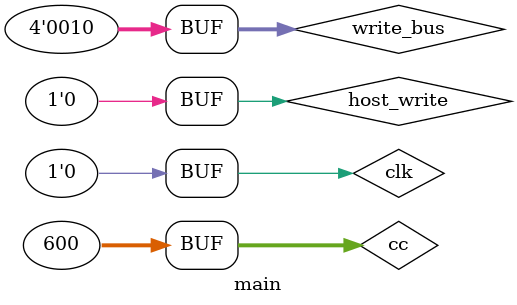
<source format=v>
`timescale 1ns / 1ns
module main();
	integer cc;
	reg clk;
	reg host_write;
	initial begin
		$dumpfile("ds2401.vcd");
		$dumpvars(4,main);
		// 25 MHz clk
		for (cc = 0; cc < 600; cc = cc + 1) begin
			host_write = (cc== 10) | (cc==50) |
			             (cc==200) | (cc==350);
			if (cc == 15)  write_bus = 4'b1101;  // exit reset
			if (cc == 60)  write_bus = 4'b1001;  // transmit '1'
			if (cc == 220) write_bus = 4'b0001;  // transmit '0'
			clk = 1; #20;
			clk = 0; #20;
		end
	end

	reg [3:0] write_bus = 4'b0010;   // reset
	wire [15:0] read_bus;
	wire dallas_pin;
	wire dallas_rcv = (dallas_pin!==0);

	integer bit_count;
	initial bit_count=0;
	reg dallas_chip_drive=0;
	always @(negedge dallas_rcv) begin
		bit_count = bit_count+1;
		dallas_chip_drive = 1'b1;
		#1560;
		dallas_chip_drive = 1'bx;
		#1560;
		dallas_chip_drive = 1'b0;
	end
	assign dallas_pin = dallas_chip_drive ? 1'b0 : 1'bz;

	ds2401 fpga( clk, dallas_pin, host_write, write_bus, read_bus);
endmodule

</source>
